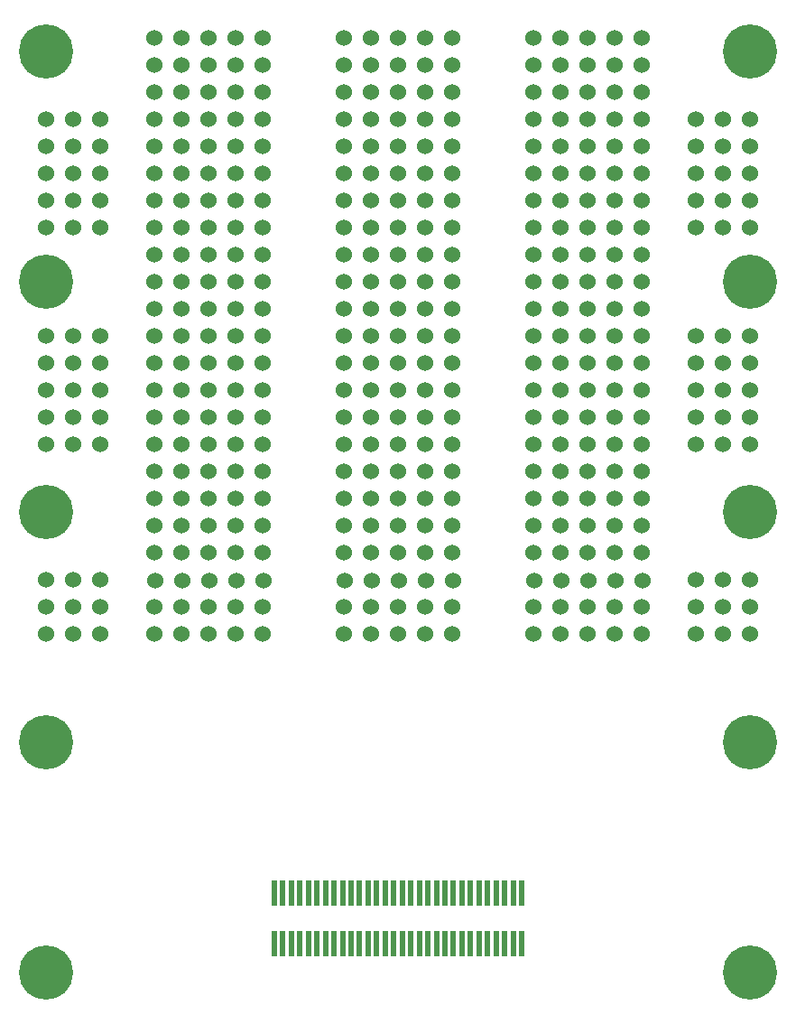
<source format=gbl>
G04*
G04 #@! TF.GenerationSoftware,Altium Limited,Altium Designer,24.0.1 (36)*
G04*
G04 Layer_Physical_Order=2*
G04 Layer_Color=16711680*
%FSLAX44Y44*%
%MOMM*%
G71*
G04*
G04 #@! TF.SameCoordinates,2E35C3AD-188A-49CD-8274-300F61BF0D8F*
G04*
G04*
G04 #@! TF.FilePolarity,Positive*
G04*
G01*
G75*
%ADD18C,1.5240*%
%ADD19C,5.0800*%
%ADD20R,0.5000X2.4000*%
D18*
X723900Y1041400D02*
D03*
X698500D02*
D03*
X673100D02*
D03*
X1333500Y1143000D02*
D03*
X1308100D02*
D03*
X1282700D02*
D03*
X1333500Y1117600D02*
D03*
X1308100D02*
D03*
X1282700D02*
D03*
X1333500Y1092200D02*
D03*
X1308100D02*
D03*
X1282700D02*
D03*
X1333500Y1066800D02*
D03*
X1308100D02*
D03*
X1282700D02*
D03*
X1333500Y939800D02*
D03*
X1308100D02*
D03*
X1282700D02*
D03*
X1333500Y914400D02*
D03*
X1308100D02*
D03*
X1282700D02*
D03*
X1333500Y889000D02*
D03*
X1308100D02*
D03*
X1282700D02*
D03*
X1333500Y863600D02*
D03*
X1308100D02*
D03*
X1282700D02*
D03*
X1333500Y838200D02*
D03*
X1308100D02*
D03*
X1282700D02*
D03*
X723900Y1143000D02*
D03*
X698500D02*
D03*
X673100D02*
D03*
X723900Y1117600D02*
D03*
X698500D02*
D03*
X673100D02*
D03*
X723900Y1092200D02*
D03*
X698500D02*
D03*
X673100D02*
D03*
X723900Y1066800D02*
D03*
X698500D02*
D03*
X673100D02*
D03*
X723900Y939800D02*
D03*
X698500D02*
D03*
X673100D02*
D03*
X723900Y914400D02*
D03*
X698500D02*
D03*
X673100D02*
D03*
X723900Y889000D02*
D03*
X698500D02*
D03*
X673100D02*
D03*
X723900Y863600D02*
D03*
X698500D02*
D03*
X673100D02*
D03*
X723900Y838200D02*
D03*
X698500D02*
D03*
X673100D02*
D03*
X1333500Y711200D02*
D03*
X1308100D02*
D03*
X1282700D02*
D03*
X1333500Y685800D02*
D03*
X1308100D02*
D03*
X1282700D02*
D03*
X723900Y711200D02*
D03*
Y685800D02*
D03*
X698500Y711200D02*
D03*
Y685800D02*
D03*
X673100Y711200D02*
D03*
Y685800D02*
D03*
X774700Y1219200D02*
D03*
X800100D02*
D03*
X825500D02*
D03*
X850900D02*
D03*
X876300D02*
D03*
X774700Y1193800D02*
D03*
X800100D02*
D03*
X825500D02*
D03*
X850900D02*
D03*
X876300D02*
D03*
X774700Y1168400D02*
D03*
X800100D02*
D03*
X825500D02*
D03*
X850900D02*
D03*
X876300D02*
D03*
X774700Y1143000D02*
D03*
X800100D02*
D03*
X825500D02*
D03*
X850900D02*
D03*
X876300D02*
D03*
X774700Y1117600D02*
D03*
X800100D02*
D03*
X825500D02*
D03*
X850900D02*
D03*
X876300D02*
D03*
X774700Y1092200D02*
D03*
X800100D02*
D03*
X825500D02*
D03*
X850900D02*
D03*
X876300D02*
D03*
X774700Y1066800D02*
D03*
X800100D02*
D03*
X825500D02*
D03*
X850900D02*
D03*
X876300D02*
D03*
X774700Y1041400D02*
D03*
X800100D02*
D03*
X825500D02*
D03*
X850900D02*
D03*
X876300D02*
D03*
X774700Y1016000D02*
D03*
X800100D02*
D03*
X825500D02*
D03*
X850900D02*
D03*
X876300D02*
D03*
X774700Y990600D02*
D03*
X800100D02*
D03*
X825500D02*
D03*
X850900D02*
D03*
X876300D02*
D03*
X774700Y965200D02*
D03*
X800100D02*
D03*
X825500D02*
D03*
X850900D02*
D03*
X876300D02*
D03*
X774700Y939800D02*
D03*
X800100D02*
D03*
X825500D02*
D03*
X850900D02*
D03*
X876300D02*
D03*
X774700Y914400D02*
D03*
X800100D02*
D03*
X825500D02*
D03*
X850900D02*
D03*
X876300D02*
D03*
X774700Y889000D02*
D03*
X800100D02*
D03*
X825500D02*
D03*
X850900D02*
D03*
X876300D02*
D03*
X774700Y863600D02*
D03*
X800100D02*
D03*
X825500D02*
D03*
X850900D02*
D03*
X876300D02*
D03*
X774700Y838200D02*
D03*
X800100D02*
D03*
X825500D02*
D03*
X850900D02*
D03*
X876300D02*
D03*
X774700Y812800D02*
D03*
X800100D02*
D03*
X825500D02*
D03*
X850900D02*
D03*
X876300D02*
D03*
X774700Y787400D02*
D03*
X800100D02*
D03*
X825500D02*
D03*
X850900D02*
D03*
X876300D02*
D03*
X774700Y762000D02*
D03*
X800100D02*
D03*
X825500D02*
D03*
X850900D02*
D03*
X876300D02*
D03*
X774700Y736600D02*
D03*
X800100D02*
D03*
X825500D02*
D03*
X850900D02*
D03*
X876300D02*
D03*
X775336Y710711D02*
D03*
X800736D02*
D03*
X826136D02*
D03*
X851536D02*
D03*
X876936D02*
D03*
X1333500Y660400D02*
D03*
X1308100D02*
D03*
X1282700D02*
D03*
X723900D02*
D03*
X698500D02*
D03*
X673100D02*
D03*
X774700D02*
D03*
X800100D02*
D03*
X825500D02*
D03*
X850900D02*
D03*
X876300D02*
D03*
X774700Y685800D02*
D03*
X800100D02*
D03*
X825500D02*
D03*
X850900D02*
D03*
X876300D02*
D03*
X952500Y1219200D02*
D03*
X977900D02*
D03*
X1003300D02*
D03*
X1028700D02*
D03*
X1054100D02*
D03*
X952500Y1193800D02*
D03*
X977900D02*
D03*
X1003300D02*
D03*
X1028700D02*
D03*
X1054100D02*
D03*
X952500Y1168400D02*
D03*
X977900D02*
D03*
X1003300D02*
D03*
X1028700D02*
D03*
X1054100D02*
D03*
X952500Y1143000D02*
D03*
X977900D02*
D03*
X1003300D02*
D03*
X1028700D02*
D03*
X1054100D02*
D03*
X952500Y1117600D02*
D03*
X977900D02*
D03*
X1003300D02*
D03*
X1028700D02*
D03*
X1054100D02*
D03*
X952500Y1092200D02*
D03*
X977900D02*
D03*
X1003300D02*
D03*
X1028700D02*
D03*
X1054100D02*
D03*
X952500Y1066800D02*
D03*
X977900D02*
D03*
X1003300D02*
D03*
X1028700D02*
D03*
X1054100D02*
D03*
X952500Y1041400D02*
D03*
X977900D02*
D03*
X1003300D02*
D03*
X1028700D02*
D03*
X1054100D02*
D03*
X952500Y1016000D02*
D03*
X977900D02*
D03*
X1003300D02*
D03*
X1028700D02*
D03*
X1054100D02*
D03*
X952500Y990600D02*
D03*
X977900D02*
D03*
X1003300D02*
D03*
X1028700D02*
D03*
X1054100D02*
D03*
X952500Y965200D02*
D03*
X977900D02*
D03*
X1003300D02*
D03*
X1028700D02*
D03*
X1054100D02*
D03*
X952500Y939800D02*
D03*
X977900D02*
D03*
X1003300D02*
D03*
X1028700D02*
D03*
X1054100D02*
D03*
X952500Y914400D02*
D03*
X977900D02*
D03*
X1003300D02*
D03*
X1028700D02*
D03*
X1054100D02*
D03*
X952500Y889000D02*
D03*
X977900D02*
D03*
X1003300D02*
D03*
X1028700D02*
D03*
X1054100D02*
D03*
X952500Y863600D02*
D03*
X977900D02*
D03*
X1003300D02*
D03*
X1028700D02*
D03*
X1054100D02*
D03*
X952500Y838200D02*
D03*
X977900D02*
D03*
X1003300D02*
D03*
X1028700D02*
D03*
X1054100D02*
D03*
X952500Y812800D02*
D03*
X977900D02*
D03*
X1003300D02*
D03*
X1028700D02*
D03*
X1054100D02*
D03*
X952500Y787400D02*
D03*
X977900D02*
D03*
X1003300D02*
D03*
X1028700D02*
D03*
X1054100D02*
D03*
X952500Y762000D02*
D03*
X977900D02*
D03*
X1003300D02*
D03*
X1028700D02*
D03*
X1054100D02*
D03*
X952500Y736600D02*
D03*
X977900D02*
D03*
X1003300D02*
D03*
X1028700D02*
D03*
X1054100D02*
D03*
X953136Y710711D02*
D03*
X978536D02*
D03*
X1003936D02*
D03*
X1029336D02*
D03*
X1054736D02*
D03*
X952500Y660400D02*
D03*
X977900D02*
D03*
X1003300D02*
D03*
X1028700D02*
D03*
X1054100D02*
D03*
X952500Y685800D02*
D03*
X977900D02*
D03*
X1003300D02*
D03*
X1028700D02*
D03*
X1054100D02*
D03*
X1130300Y1219200D02*
D03*
X1155700D02*
D03*
X1181100D02*
D03*
X1206500D02*
D03*
X1231900D02*
D03*
X1130300Y1193800D02*
D03*
X1155700D02*
D03*
X1181100D02*
D03*
X1206500D02*
D03*
X1231900D02*
D03*
X1130300Y1168400D02*
D03*
X1155700D02*
D03*
X1181100D02*
D03*
X1206500D02*
D03*
X1231900D02*
D03*
X1130300Y1143000D02*
D03*
X1155700D02*
D03*
X1181100D02*
D03*
X1206500D02*
D03*
X1231900D02*
D03*
X1130300Y1117600D02*
D03*
X1155700D02*
D03*
X1181100D02*
D03*
X1206500D02*
D03*
X1231900D02*
D03*
X1130300Y1092200D02*
D03*
X1155700D02*
D03*
X1181100D02*
D03*
X1206500D02*
D03*
X1231900D02*
D03*
X1130300Y1066800D02*
D03*
X1155700D02*
D03*
X1181100D02*
D03*
X1206500D02*
D03*
X1231900D02*
D03*
X1130300Y1041400D02*
D03*
X1155700D02*
D03*
X1181100D02*
D03*
X1206500D02*
D03*
X1231900D02*
D03*
X1130300Y1016000D02*
D03*
X1155700D02*
D03*
X1181100D02*
D03*
X1206500D02*
D03*
X1231900D02*
D03*
X1130300Y990600D02*
D03*
X1155700D02*
D03*
X1181100D02*
D03*
X1206500D02*
D03*
X1231900D02*
D03*
X1130300Y965200D02*
D03*
X1155700D02*
D03*
X1181100D02*
D03*
X1206500D02*
D03*
X1231900D02*
D03*
X1130300Y939800D02*
D03*
X1155700D02*
D03*
X1181100D02*
D03*
X1206500D02*
D03*
X1231900D02*
D03*
X1130300Y914400D02*
D03*
X1155700D02*
D03*
X1181100D02*
D03*
X1206500D02*
D03*
X1231900D02*
D03*
X1130300Y889000D02*
D03*
X1155700D02*
D03*
X1181100D02*
D03*
X1206500D02*
D03*
X1231900D02*
D03*
X1130300Y863600D02*
D03*
X1155700D02*
D03*
X1181100D02*
D03*
X1206500D02*
D03*
X1231900D02*
D03*
X1130300Y838200D02*
D03*
X1155700D02*
D03*
X1181100D02*
D03*
X1206500D02*
D03*
X1231900D02*
D03*
X1130300Y812800D02*
D03*
X1155700D02*
D03*
X1181100D02*
D03*
X1206500D02*
D03*
X1231900D02*
D03*
X1130300Y787400D02*
D03*
X1155700D02*
D03*
X1181100D02*
D03*
X1206500D02*
D03*
X1231900D02*
D03*
X1130300Y762000D02*
D03*
X1155700D02*
D03*
X1181100D02*
D03*
X1206500D02*
D03*
X1231900D02*
D03*
X1130300Y736600D02*
D03*
X1155700D02*
D03*
X1181100D02*
D03*
X1206500D02*
D03*
X1231900D02*
D03*
X1130936Y710711D02*
D03*
X1156336D02*
D03*
X1181736D02*
D03*
X1207136D02*
D03*
X1232536D02*
D03*
X1130300Y660400D02*
D03*
X1155700D02*
D03*
X1181100D02*
D03*
X1206500D02*
D03*
X1231900D02*
D03*
X1130300Y685800D02*
D03*
X1155700D02*
D03*
X1181100D02*
D03*
X1206500D02*
D03*
X1231900D02*
D03*
X1333500Y1041400D02*
D03*
X1308100D02*
D03*
X1282700D02*
D03*
D19*
X673100Y1206500D02*
D03*
X1333500D02*
D03*
X673100Y990600D02*
D03*
X1333500D02*
D03*
X673100Y774700D02*
D03*
X1333500D02*
D03*
X673100Y558800D02*
D03*
X1333500D02*
D03*
Y342900D02*
D03*
X673100D02*
D03*
D20*
X887300Y417700D02*
D03*
Y369700D02*
D03*
X895300Y417700D02*
D03*
Y369700D02*
D03*
X903300Y417700D02*
D03*
Y369700D02*
D03*
X911300Y417700D02*
D03*
X911300Y369700D02*
D03*
X919300Y417700D02*
D03*
Y369700D02*
D03*
X927300Y417700D02*
D03*
Y369700D02*
D03*
X935300Y417700D02*
D03*
Y369700D02*
D03*
X943300Y417700D02*
D03*
Y369700D02*
D03*
X951300Y417700D02*
D03*
Y369700D02*
D03*
X959300Y417700D02*
D03*
Y369700D02*
D03*
X967300Y417700D02*
D03*
Y369700D02*
D03*
X975300Y417700D02*
D03*
Y369700D02*
D03*
X983300Y417700D02*
D03*
Y369700D02*
D03*
X991300Y417700D02*
D03*
X991300Y369700D02*
D03*
X999300Y417700D02*
D03*
Y369700D02*
D03*
X1007300Y417700D02*
D03*
Y369700D02*
D03*
X1015300Y417700D02*
D03*
Y369700D02*
D03*
X1023300Y417700D02*
D03*
Y369700D02*
D03*
X1031300Y417700D02*
D03*
Y369700D02*
D03*
X1039300Y417700D02*
D03*
Y369700D02*
D03*
X1047300Y417700D02*
D03*
X1047300Y369700D02*
D03*
X1055300Y417700D02*
D03*
Y369700D02*
D03*
X1063300Y417700D02*
D03*
Y369700D02*
D03*
X1071300Y417700D02*
D03*
Y369700D02*
D03*
X1079300Y417700D02*
D03*
Y369700D02*
D03*
X1087300Y417700D02*
D03*
Y369700D02*
D03*
X1095300Y417700D02*
D03*
X1095300Y369700D02*
D03*
X1103300Y417700D02*
D03*
X1103300Y369700D02*
D03*
X1111300Y417700D02*
D03*
Y369700D02*
D03*
X1119300Y417700D02*
D03*
Y369700D02*
D03*
M02*

</source>
